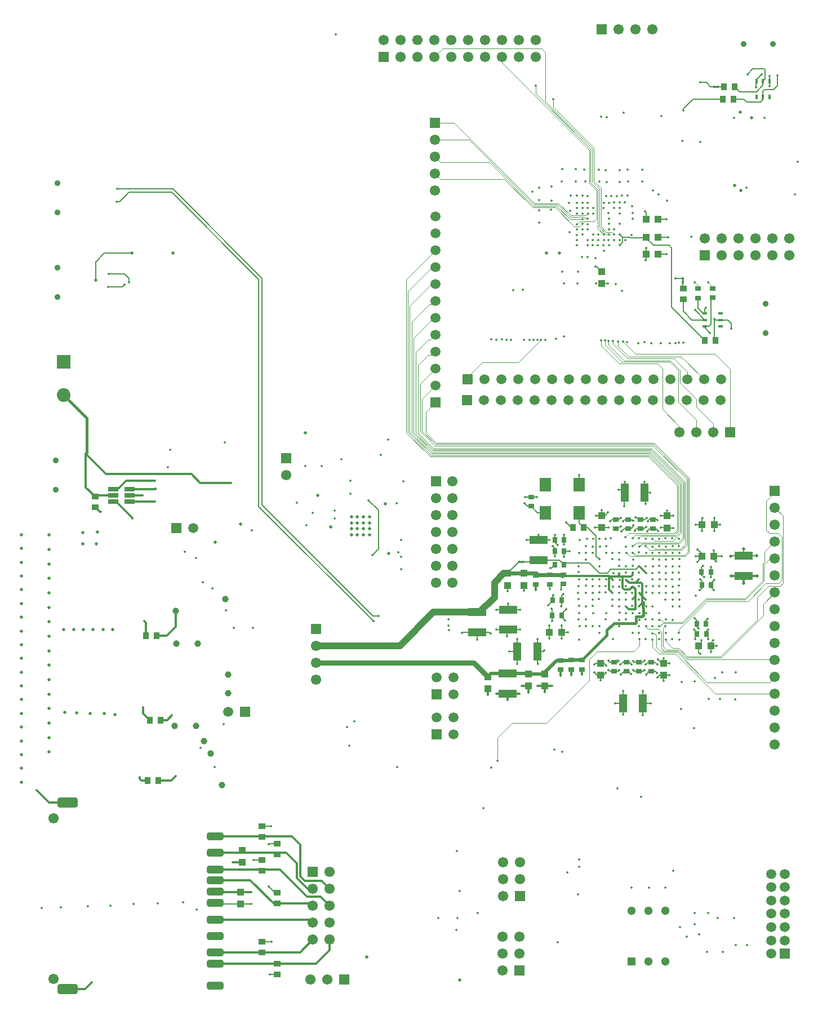
<source format=gbl>
G04 Layer_Physical_Order=8*
G04 Layer_Color=16711680*
%FSLAX44Y44*%
%MOMM*%
G71*
G01*
G75*
%ADD12R,1.1000X1.1000*%
%ADD17R,1.0000X0.9000*%
%ADD19R,0.9000X0.7000*%
%ADD20R,0.9000X1.0000*%
%ADD26R,1.1000X1.1000*%
%ADD33R,0.7000X0.9000*%
%ADD36R,0.7000X0.4500*%
%ADD37R,0.3000X0.3000*%
%ADD38R,1.8000X2.0000*%
%ADD42C,0.2000*%
%ADD43C,0.3000*%
%ADD44C,0.4000*%
%ADD45C,0.5000*%
%ADD46C,0.1000*%
%ADD48C,0.6000*%
%ADD49C,1.0000*%
%ADD50C,0.2540*%
%ADD51C,1.5000*%
%ADD52R,1.5000X1.5000*%
%ADD53R,1.5500X1.5500*%
%ADD54C,1.5500*%
%ADD55C,1.3000*%
%ADD56R,1.3000X1.3000*%
%ADD57R,1.5500X1.5500*%
%ADD58C,0.9000*%
%ADD59R,1.5000X1.5000*%
%ADD60C,2.0500*%
%ADD61R,2.0500X2.0500*%
%ADD62R,1.5200X1.5200*%
%ADD63C,1.5200*%
%ADD64R,1.5200X1.5200*%
%ADD65C,1.0000*%
%ADD66C,0.3500*%
%ADD67C,0.5000*%
%ADD78R,1.1500X2.7000*%
%ADD79R,2.7000X1.1500*%
%ADD80R,0.3000X0.3000*%
%ADD81R,0.4500X0.7000*%
G04:AMPARAMS|DCode=82|XSize=1.524mm|YSize=3.048mm|CornerRadius=0.381mm|HoleSize=0mm|Usage=FLASHONLY|Rotation=270.000|XOffset=0mm|YOffset=0mm|HoleType=Round|Shape=RoundedRectangle|*
%AMROUNDEDRECTD82*
21,1,1.5240,2.2860,0,0,270.0*
21,1,0.7620,3.0480,0,0,270.0*
1,1,0.7620,-1.1430,-0.3810*
1,1,0.7620,-1.1430,0.3810*
1,1,0.7620,1.1430,0.3810*
1,1,0.7620,1.1430,-0.3810*
%
%ADD82ROUNDEDRECTD82*%
G04:AMPARAMS|DCode=83|XSize=1.16mm|YSize=2.5mm|CornerRadius=0.29mm|HoleSize=0mm|Usage=FLASHONLY|Rotation=270.000|XOffset=0mm|YOffset=0mm|HoleType=Round|Shape=RoundedRectangle|*
%AMROUNDEDRECTD83*
21,1,1.1600,1.9200,0,0,270.0*
21,1,0.5800,2.5000,0,0,270.0*
1,1,0.5800,-0.9600,-0.2900*
1,1,0.5800,-0.9600,0.2900*
1,1,0.5800,0.9600,0.2900*
1,1,0.5800,0.9600,-0.2900*
%
%ADD83ROUNDEDRECTD83*%
%ADD84R,1.6000X0.6500*%
%ADD85C,0.8000*%
D12*
X800750Y489250D02*
D03*
Y471250D02*
D03*
X775500Y489000D02*
D03*
Y471000D02*
D03*
X345750Y206000D02*
D03*
Y224000D02*
D03*
X343250Y143750D02*
D03*
Y161750D02*
D03*
X886250Y1093750D02*
D03*
Y1075750D02*
D03*
X886250Y709250D02*
D03*
Y727250D02*
D03*
X983750Y708750D02*
D03*
Y726750D02*
D03*
X744250Y640500D02*
D03*
Y622500D02*
D03*
X769000Y640500D02*
D03*
Y622500D02*
D03*
X884000Y505500D02*
D03*
Y487500D02*
D03*
X979250Y505500D02*
D03*
Y487500D02*
D03*
X714750Y485250D02*
D03*
Y467250D02*
D03*
D17*
X1008750Y1052250D02*
D03*
Y1068250D02*
D03*
X398500Y144750D02*
D03*
Y160750D02*
D03*
X375250Y70750D02*
D03*
Y86750D02*
D03*
X398500Y53750D02*
D03*
Y37750D02*
D03*
X375249Y193750D02*
D03*
Y209750D02*
D03*
X398500Y218250D02*
D03*
Y234250D02*
D03*
X375250Y244250D02*
D03*
Y260250D02*
D03*
X124750Y755750D02*
D03*
Y739750D02*
D03*
D19*
X856000Y510000D02*
D03*
Y496000D02*
D03*
X840000Y510000D02*
D03*
Y496000D02*
D03*
X824000Y509750D02*
D03*
Y495750D02*
D03*
X1052750Y1054500D02*
D03*
Y1068500D02*
D03*
X1030750Y1054000D02*
D03*
Y1068000D02*
D03*
X906750Y707500D02*
D03*
Y721500D02*
D03*
X925417Y707500D02*
D03*
Y721500D02*
D03*
X944083Y707500D02*
D03*
Y721500D02*
D03*
X962750Y707500D02*
D03*
Y721500D02*
D03*
X786500Y637750D02*
D03*
Y623750D02*
D03*
X808000Y638000D02*
D03*
Y624000D02*
D03*
X828500Y638250D02*
D03*
Y624250D02*
D03*
X904250Y507250D02*
D03*
Y493250D02*
D03*
X922916Y507250D02*
D03*
Y493250D02*
D03*
X941583Y507250D02*
D03*
Y493250D02*
D03*
X960250Y507250D02*
D03*
Y493250D02*
D03*
X780000Y741250D02*
D03*
Y755250D02*
D03*
D20*
X1057000Y990500D02*
D03*
X1041000D02*
D03*
X1084000Y1353000D02*
D03*
X1068000D02*
D03*
X1085750Y1371750D02*
D03*
X1069750D02*
D03*
X859000Y709500D02*
D03*
X843000D02*
D03*
X219750Y329000D02*
D03*
X203750D02*
D03*
X222750Y419750D02*
D03*
X206750D02*
D03*
X216750Y546500D02*
D03*
X200750D02*
D03*
D26*
X952750Y1172750D02*
D03*
X970750D02*
D03*
X970750Y1145250D02*
D03*
X952750D02*
D03*
X952750Y1119750D02*
D03*
X970750D02*
D03*
X1055000Y713750D02*
D03*
X1037000D02*
D03*
X825500Y552250D02*
D03*
X807500D02*
D03*
X1036250Y666500D02*
D03*
X1054250D02*
D03*
X1032000Y531250D02*
D03*
X1050000D02*
D03*
D33*
X829500Y690500D02*
D03*
X815500D02*
D03*
X829500Y673750D02*
D03*
X815500D02*
D03*
X826000Y599750D02*
D03*
X812000D02*
D03*
X825750Y577500D02*
D03*
X811750D02*
D03*
X1036250Y622750D02*
D03*
X1050250D02*
D03*
X1036000Y642750D02*
D03*
X1050000D02*
D03*
X1029000Y564750D02*
D03*
X1043000D02*
D03*
X1029250Y549250D02*
D03*
X1043250D02*
D03*
X829500Y653250D02*
D03*
X815500D02*
D03*
D36*
X1041000Y1011750D02*
D03*
Y1021250D02*
D03*
Y1030750D02*
D03*
X1065000D02*
D03*
Y1021250D02*
D03*
Y1011750D02*
D03*
D37*
X1060750Y1371750D02*
D03*
X1055500D02*
D03*
X767250Y657750D02*
D03*
X762000D02*
D03*
D38*
X801250Y773500D02*
D03*
X852050D02*
D03*
Y731500D02*
D03*
X801250D02*
D03*
D42*
X918250Y759500D02*
X920000Y757750D01*
X958250Y721750D02*
X968250D01*
X812000Y599750D02*
Y608500D01*
X1119000Y1382250D02*
X1126750Y1390000D01*
X386000Y233500D02*
X386750Y234250D01*
X398500D01*
X385250Y170000D02*
X394500Y160750D01*
X398500D01*
X387000Y37500D02*
X387250Y37750D01*
X398500D01*
X1024500Y556000D02*
X1029250Y551250D01*
X952250Y1144750D02*
X963500Y1133500D01*
X770000Y745750D02*
X774500Y741250D01*
X780000D01*
X970750Y1145250D02*
X985500D01*
X698500Y540750D02*
Y552000D01*
X716750D02*
X718750Y550000D01*
X698500Y552000D02*
X716750D01*
X675750Y550750D02*
X677000Y552000D01*
X698500D01*
X535750Y750000D02*
X550500Y735250D01*
Y677500D02*
Y735250D01*
X541000Y668000D02*
X550500Y677500D01*
X1099500Y666750D02*
X1119000D01*
X1099500D02*
Y677250D01*
X1080250Y666500D02*
X1080500Y666750D01*
X1099500D01*
X812471Y608030D02*
X813540D01*
X812000Y608500D02*
X812471Y608030D01*
X996750Y1083250D02*
X1007500D01*
Y1069500D02*
X1008750Y1068250D01*
X1007500Y1069500D02*
Y1078000D01*
X1008750Y1034250D02*
Y1052250D01*
Y1034250D02*
X1021750Y1021250D01*
X1041000D01*
X963500Y1133500D02*
X987250D01*
X991250Y1129500D01*
Y1040250D02*
Y1129500D01*
Y1040250D02*
X1041000Y990500D01*
X1055500Y992000D02*
X1057000Y990500D01*
X1055500Y992000D02*
Y1023000D01*
X1026500Y1035750D02*
X1041000Y1021250D01*
X1026500Y1035750D02*
Y1035750D01*
X1038250Y1030750D02*
X1041000D01*
X1030750Y1038250D02*
X1038250Y1030750D01*
X1030750Y1038250D02*
Y1054000D01*
X1055500Y1023000D02*
X1057250Y1021250D01*
X1065000D01*
X1050000Y1051750D02*
X1052750Y1054500D01*
X1050000Y1015000D02*
Y1051750D01*
X1046750Y1011750D02*
X1050000Y1015000D01*
X1041000Y1011750D02*
X1046750D01*
X1041000Y1038250D02*
X1042250Y1039500D01*
X1041000Y1030750D02*
Y1038250D01*
X1065000Y1021250D02*
X1075750D01*
X1081000Y1016000D01*
Y1008250D02*
Y1016000D01*
X1041000Y1009500D02*
X1048750Y1001750D01*
X1041000Y1009500D02*
Y1011750D01*
X1009000Y1338500D02*
X1023500Y1353000D01*
X1068000D01*
X1128500Y1352250D02*
Y1356250D01*
X1124500Y1348250D02*
X1128500Y1352250D01*
X1104250Y1348250D02*
X1124500D01*
X1099500Y1353000D02*
X1104250Y1348250D01*
X1084000Y1353000D02*
X1099500D01*
X1093750Y1363750D02*
X1118500D01*
X1117750Y1378999D02*
X1119000Y1380250D01*
X1117750Y1370250D02*
Y1378999D01*
Y1369750D02*
Y1370250D01*
X1085750Y1371750D02*
X1093750Y1363750D01*
X1049500Y1371750D02*
X1055500D01*
X1043250Y1378000D02*
X1049500Y1371750D01*
X1033750Y1378000D02*
X1043250D01*
X1060770Y1371750D02*
X1069500D01*
X1105250Y1390250D02*
X1113250Y1398250D01*
X1130500D01*
X1131750Y1383500D02*
Y1397000D01*
X1130500Y1398250D02*
X1131750Y1397000D01*
X1128500Y1380250D02*
X1131750Y1383500D01*
X1118500Y1363750D02*
X1128500Y1373750D01*
Y1380250D01*
Y1356250D02*
Y1364250D01*
X1131000Y1366750D01*
X1144250D01*
X1150250Y1372750D01*
Y1388250D01*
X1138500Y1372000D02*
Y1379750D01*
X1138000Y1380250D02*
X1138500Y1379750D01*
X1138000Y1380250D02*
Y1387500D01*
X1119000Y1380250D02*
Y1382250D01*
X375250Y86750D02*
X389500D01*
X362500Y209750D02*
X375249D01*
X375250Y260250D02*
X389250D01*
X305250Y145450D02*
X306950Y143750D01*
X343250D01*
X359500D01*
X370750Y741000D02*
Y1081750D01*
Y741000D02*
X543250Y568500D01*
X807750Y617250D02*
Y623750D01*
X808000Y624000D01*
X743750Y546000D02*
Y554000D01*
X745750Y556000D01*
X952250Y744750D02*
Y759500D01*
X950250Y761500D02*
X952250Y759500D01*
X983750Y726750D02*
Y735000D01*
X890750Y727250D02*
X895500Y732000D01*
X886250Y727250D02*
X890750D01*
X898750Y719000D02*
X901250Y721500D01*
X906750D01*
X911750D01*
X920750D02*
X925417D01*
X930250D01*
X941500D02*
X944083D01*
X968250Y721750D02*
X970000Y720000D01*
X974500Y726750D02*
X983750D01*
X993750D01*
X983750Y708750D02*
X993750D01*
X920250Y761500D02*
X920250Y761500D01*
X952750Y1110750D02*
Y1119750D01*
X952250Y1110250D02*
X952750Y1110750D01*
Y1119750D02*
Y1129000D01*
X952750Y1129000D02*
X952750Y1129000D01*
X917000Y1137489D02*
Y1145250D01*
X912750Y1133239D02*
X917000Y1137489D01*
X912750Y1149500D02*
X917000Y1145250D01*
X951250Y1184000D02*
X952750Y1182500D01*
Y1172750D02*
Y1182500D01*
X970750Y1172750D02*
X983500D01*
X970750Y1119750D02*
X983000D01*
X886250Y1075750D02*
X895500D01*
X917000Y1145250D02*
X928697D01*
X929197Y1144750D01*
X952250D01*
X877000Y1101500D02*
X878500D01*
X886250Y1093750D01*
X744250Y613250D02*
Y622500D01*
X769000Y614250D02*
Y622500D01*
X877500Y727250D02*
X886250D01*
X918250Y759500D02*
X920250Y761500D01*
X950250D02*
X959000D01*
X950250D02*
Y777750D01*
X920250Y761500D02*
Y778000D01*
X727500Y556000D02*
X745750D01*
X763250D01*
X745750Y586000D02*
X763500D01*
X727500D02*
X745750D01*
Y595000D01*
X876750Y505500D02*
X884000D01*
X874750Y503500D02*
X876750Y505500D01*
X884000D02*
X889500D01*
X892750Y502250D01*
X879250Y487500D02*
X884000D01*
X875250Y491500D02*
X879250Y487500D01*
X884000D02*
X889000D01*
X892250Y490750D01*
X884000Y479500D02*
Y487500D01*
X898250Y493250D02*
X904250D01*
X896000Y495500D02*
X898250Y493250D01*
X898000Y507250D02*
X904250D01*
X896000Y509250D02*
X898000Y507250D01*
X904250D02*
X910500D01*
X904250Y493250D02*
X911000D01*
X919500D02*
X922916D01*
X918000Y507250D02*
X922916D01*
X914250Y503500D02*
X918000Y507250D01*
X922916D02*
X927250D01*
X922916Y493250D02*
X926250D01*
X934500Y507250D02*
X941583D01*
X935000Y493250D02*
X941583D01*
X933500Y494750D02*
X935000Y493250D01*
X941583Y507250D02*
X948000D01*
X941583Y493250D02*
X948250D01*
X957000D02*
X960250D01*
X952500Y488750D02*
X957000Y493250D01*
X956000Y507250D02*
X960250D01*
X965500D01*
X969500Y503250D01*
X976000Y505500D02*
X979250D01*
X973500Y487500D02*
X979250D01*
Y505500D02*
Y512750D01*
Y505500D02*
X987500D01*
X979250Y479000D02*
Y487500D01*
X987500D01*
X875750Y709250D02*
X886250D01*
X895750D01*
X906750Y707500D02*
X910750D01*
X825000Y616500D02*
Y623750D01*
X1055000Y713750D02*
Y724000D01*
Y704000D02*
Y713750D01*
X1037000Y704500D02*
Y713750D01*
X1027750D02*
X1037000D01*
X1055000D02*
X1063500D01*
X1037000D02*
Y723500D01*
X1037000Y723500D02*
X1037000Y723500D01*
X829500Y690500D02*
Y698000D01*
Y683500D02*
Y690500D01*
Y673750D02*
X837500D01*
X829500Y665500D02*
Y673750D01*
X815500D02*
Y678000D01*
X812250Y681250D02*
X815500Y678000D01*
Y687250D02*
Y690500D01*
Y687250D02*
X820000Y682750D01*
X815500Y665750D02*
Y673750D01*
Y690500D02*
Y698500D01*
X925417Y707500D02*
X930250D01*
X919750D02*
X925417D01*
X916000Y703750D02*
X919750Y707500D01*
X938250D02*
X944083D01*
X949250D01*
X957750D02*
X962750D01*
X967250D01*
X948000Y445500D02*
X959750D01*
X948000D02*
Y464000D01*
Y427500D02*
Y445500D01*
X906000D02*
X918000D01*
Y464000D01*
Y428250D02*
Y445500D01*
X1036250Y666500D02*
Y670000D01*
X1029750Y676500D02*
X1036250Y670000D01*
X1027250Y666500D02*
X1036250D01*
Y664250D02*
Y666500D01*
X1029750Y657750D02*
X1036250Y664250D01*
X1054250Y666500D02*
Y675000D01*
X1053250Y676000D02*
X1054250Y675000D01*
Y666500D02*
X1066500D01*
X1054250Y660750D02*
Y666500D01*
X1055500Y660750D02*
X1058000Y658250D01*
X1050000Y642750D02*
Y650250D01*
Y634500D02*
Y642750D01*
X1050250Y622750D02*
Y625500D01*
X1055250Y630500D01*
X1050250Y619750D02*
Y622750D01*
Y619750D02*
X1054500Y615500D01*
X1036250Y622750D02*
Y629250D01*
X1034250Y631250D02*
X1036250Y629250D01*
Y618250D02*
Y622750D01*
X1033000Y615000D02*
X1036250Y618250D01*
X1036000Y638250D02*
Y642750D01*
Y638250D02*
X1039750Y634500D01*
X1036000Y642750D02*
Y649250D01*
X1038250Y651500D01*
X807500Y552250D02*
Y562250D01*
X807000Y562750D02*
X807500Y562250D01*
Y542250D02*
Y552250D01*
X825500D02*
Y562250D01*
Y552250D02*
X835000D01*
X825500Y542750D02*
Y552250D01*
X825750Y577500D02*
Y579750D01*
X832250Y586250D01*
X825750Y574500D02*
Y577500D01*
Y574500D02*
X830750Y569500D01*
X811750Y577500D02*
Y586000D01*
X810750Y587000D02*
X811750Y586000D01*
X812000Y599000D02*
Y599750D01*
X805750Y592750D02*
X812000Y599000D01*
X826000Y592000D02*
Y599750D01*
X824750Y590750D02*
X826000Y592000D01*
Y599750D02*
Y607000D01*
X828500Y609500D01*
X1032000Y521500D02*
Y531250D01*
Y521500D02*
X1033750Y519750D01*
X1032000Y531250D02*
X1036000Y535250D01*
Y539750D01*
X1026750Y546750D02*
X1029250Y549250D01*
X1026750Y541500D02*
Y546750D01*
X1043250Y549250D02*
X1046000Y546500D01*
Y541500D02*
Y546500D01*
X1050000Y531250D02*
Y536000D01*
X1053750Y539750D01*
X1050000Y531250D02*
X1058750D01*
X1059000Y531500D01*
X1050000Y522750D02*
Y531250D01*
Y522750D02*
X1050500Y522250D01*
X1043250Y549250D02*
Y553250D01*
X1046000Y556000D01*
X1029250Y549250D02*
Y551250D01*
X1029000Y560500D02*
Y564750D01*
Y560500D02*
X1032000Y557500D01*
X1029000Y564750D02*
Y570000D01*
X1043000Y564750D02*
Y569500D01*
X1045500Y572000D01*
X789250Y505500D02*
Y523000D01*
Y505500D02*
X790250Y504500D01*
X789250Y523000D02*
Y541250D01*
Y523000D02*
X798500D01*
X800000Y524500D01*
X759250Y504000D02*
Y523000D01*
Y542000D01*
X747000Y523000D02*
X759250D01*
X938000Y646500D02*
X942250Y650750D01*
X899750Y646500D02*
X938000D01*
X894250Y641000D02*
X899750Y646500D01*
X767250Y657750D02*
X788250D01*
X791000Y660500D01*
X744250Y640500D02*
X761438Y657688D01*
X791000Y660500D02*
X822250D01*
X829500Y653250D01*
X810250Y648000D02*
X815500Y653250D01*
X809000Y648000D02*
X810250D01*
X773500Y690500D02*
X791000D01*
Y698250D01*
Y690500D02*
X807000D01*
X877250Y666500D02*
X882250Y661500D01*
X852050Y716450D02*
Y731500D01*
Y716450D02*
X859000Y709500D01*
X840500D02*
X843000D01*
X833000Y717000D02*
X840500Y709500D01*
X770750Y755250D02*
X780000D01*
X789000D01*
X780000Y741250D02*
X789750Y731500D01*
X801250D01*
X852050Y773500D02*
Y787950D01*
X937039Y724274D02*
X938727D01*
X941500Y721500D01*
X982977Y709523D02*
X983750Y708750D01*
X974790Y709523D02*
X982977D01*
X949250Y707500D02*
X952023Y710273D01*
X952789D01*
X954790Y704539D02*
X957750Y707500D01*
X954790Y703773D02*
Y704539D01*
X920000Y741250D02*
Y757750D01*
X911750Y766250D02*
X915500D01*
X920250Y761500D01*
X882325Y641000D02*
X894250D01*
X829500Y653250D02*
X832000Y655750D01*
X867575D01*
X882325Y641000D01*
X859000Y709500D02*
X864750D01*
X877250Y697000D01*
Y666500D02*
Y697000D01*
X886250Y727250D02*
Y735500D01*
X944083Y721500D02*
X951250D01*
X952375Y722625D01*
X955500Y719000D02*
X958250Y721750D01*
X935538Y704789D02*
X938250Y707500D01*
X935538Y704273D02*
Y704789D01*
X911750Y721500D02*
X914000Y723750D01*
X914750D01*
X930250Y707500D02*
X933788Y711039D01*
X930250Y721500D02*
X932477Y719273D01*
X933038D01*
X933788Y711039D02*
Y712773D01*
X918000Y718750D02*
X920750Y721500D01*
X910750Y707500D02*
X914500Y711250D01*
X967250Y707500D02*
X970750Y704000D01*
X926250Y493250D02*
X930000Y489500D01*
X960250Y493250D02*
X966500D01*
X969000Y490750D01*
X970500Y484500D02*
X973500Y487500D01*
X969500Y484500D02*
X970500D01*
X948250Y493250D02*
X950000Y495000D01*
X970500Y511000D02*
X976000Y505500D01*
X948000Y507250D02*
X950250Y509500D01*
X933000Y508750D02*
X934500Y507250D01*
X952000Y503250D02*
X956000Y507250D01*
X927250D02*
X931000Y503500D01*
X914750Y488500D02*
X919500Y493250D01*
X911725Y509525D02*
X912250Y509000D01*
X910794Y509525D02*
X911725D01*
X910500Y507250D02*
X910794Y507544D01*
Y509525D01*
X911000Y493250D02*
X912544Y494795D01*
Y495024D01*
X1025750Y573250D02*
X1029000Y570000D01*
X811750Y569000D02*
Y577500D01*
X144500Y1070750D02*
X165250D01*
X169000Y1074500D01*
X144750Y1090250D02*
X168750D01*
X175250Y1083750D01*
Y1077750D02*
Y1083750D01*
X239750Y1212750D02*
X370750Y1081750D01*
X241821Y1217750D02*
X375750Y1083821D01*
X157750Y1217750D02*
X241821D01*
X161000Y1198500D02*
X175250Y1212750D01*
X239750D01*
X157250Y1198500D02*
X161000D01*
X375750Y743071D02*
Y1083821D01*
Y743071D02*
X542071Y576750D01*
X551000D01*
X125500Y1081250D02*
Y1108250D01*
X138500Y1121250D01*
X179500D01*
D43*
X156499Y748001D02*
X181000Y723500D01*
X122750Y757750D02*
X151250D01*
X171000Y779500D02*
X214500D01*
X176500Y767000D02*
X215000D01*
X826425Y636325D02*
X897000D01*
X191500Y332000D02*
Y334250D01*
Y332000D02*
X194500Y329000D01*
X203750D01*
X196500Y430000D02*
Y439000D01*
Y430000D02*
X206750Y419750D01*
X198500Y568750D02*
X200750Y566500D01*
Y546500D02*
Y566500D01*
X393650Y143350D02*
X401850D01*
X305250Y195550D02*
X402450D01*
X305250Y71250D02*
X432700D01*
X305250Y54250D02*
X456750D01*
X305250Y220550D02*
X411950D01*
X305250Y245550D02*
X420200D01*
X786500Y615750D02*
X787000Y615250D01*
X786500Y615750D02*
Y623750D01*
X1099500Y636750D02*
X1120000D01*
X1080500D02*
X1099500D01*
Y625500D02*
Y636750D01*
X947000Y606325D02*
Y624250D01*
Y606250D02*
Y606325D01*
X942325Y611000D02*
X947000Y606325D01*
Y595750D02*
X948250Y597000D01*
X942250Y591000D02*
X947000Y595750D01*
X331750Y206000D02*
X345750D01*
X398500Y144750D02*
X447800D01*
X397500D02*
X398500D01*
X432700Y71250D02*
X451600Y90150D01*
X477000Y74500D02*
Y90150D01*
X456750Y54250D02*
X477000Y74500D01*
X305250Y120450D02*
X446700D01*
X451600Y115550D01*
X447800Y144750D02*
X451600Y140950D01*
X443250Y154750D02*
X463200D01*
X402450Y195550D02*
X443250Y154750D01*
X427875Y182625D02*
Y204625D01*
Y182625D02*
X444150Y166350D01*
X451600D01*
X411950Y220550D02*
X427875Y204625D01*
X433000Y185000D02*
Y232750D01*
X420200Y245550D02*
X433000Y232750D01*
X463200Y154750D02*
X477000Y140950D01*
X465100Y178250D02*
X477000Y166350D01*
X439750Y178250D02*
X465100D01*
X433000Y185000D02*
X439750Y178250D01*
X305250Y179050D02*
X357950D01*
X393650Y143350D01*
X36750Y314500D02*
X55500Y295750D01*
X83250D01*
X109500Y15750D02*
X119750Y26000D01*
X83250Y15750D02*
X109500D01*
X305250Y162550D02*
X306050Y161750D01*
X343250D01*
X359750D01*
X239250Y329000D02*
X246250Y336000D01*
X219750Y329000D02*
X239250D01*
X714750Y457500D02*
Y467250D01*
X744750Y459750D02*
X762000D01*
X727250D02*
X744750D01*
Y450500D02*
Y459750D01*
X775500Y461250D02*
Y471000D01*
X800750Y471250D02*
X811750D01*
X800750Y462250D02*
Y471250D01*
X765500Y471000D02*
X775500D01*
X789750Y471250D02*
X800750D01*
X856000Y488750D02*
Y496000D01*
X840000Y487750D02*
Y496000D01*
X824000Y487000D02*
Y495750D01*
X176500Y748001D02*
X214750D01*
X282250Y776500D02*
X328500D01*
X269250Y789500D02*
X282250Y776500D01*
X141250Y789500D02*
X269250D01*
X110750Y769750D02*
Y820000D01*
X141250Y789500D01*
X158500Y767000D02*
X171000Y779500D01*
X151500Y767000D02*
X158500D01*
X151500Y748001D02*
X156499D01*
X131750Y732750D02*
X133250D01*
X124750Y739750D02*
X131750Y732750D01*
X110750Y769750D02*
X124750Y755750D01*
X176500Y757500D02*
X195750D01*
X151250Y757750D02*
X151500Y757500D01*
X897000Y616325D02*
X902250Y611075D01*
X897000Y636325D02*
X902500Y630825D01*
X897000Y616325D02*
Y636325D01*
Y636750D01*
X932250Y601750D02*
X936500Y606000D01*
Y586750D02*
Y606000D01*
X926750Y586750D02*
X936500D01*
X922750Y590750D02*
X926750Y586750D01*
X897000Y636750D02*
X898000Y635750D01*
X910250D02*
X912325Y637825D01*
Y641000D01*
X898000Y635750D02*
X910250D01*
X932750Y638250D02*
Y641500D01*
Y641575D01*
X917000Y619000D02*
Y635750D01*
Y619000D02*
X920000Y616000D01*
X927675D01*
X932500Y620825D01*
X910250Y635750D02*
X917000D01*
X932500Y620825D02*
X936500Y616825D01*
Y606000D02*
Y616825D01*
X917000Y635750D02*
X930250D01*
X932750Y638250D01*
X937175Y626000D02*
X942250Y631075D01*
X937175Y626000D02*
X945250D01*
X947000Y624250D01*
Y595750D02*
Y606250D01*
X952250Y601000D01*
X952325D01*
X922500Y630750D02*
X927250Y626000D01*
X937175D01*
X942250Y650750D02*
X942500D01*
X952500Y640750D01*
X222750Y419750D02*
X233000D01*
X240250Y427000D01*
X216750Y546500D02*
X232500D01*
X246250Y560250D02*
Y584250D01*
X232500Y546500D02*
X246250Y560250D01*
D44*
X948250Y593467D02*
Y597000D01*
X947750Y592967D02*
X948250Y593467D01*
X947750Y589033D02*
Y592967D01*
Y589033D02*
X948250Y588533D01*
Y577250D02*
Y588533D01*
X946324Y575324D02*
X948250Y577250D01*
X904750Y565750D02*
X936500D01*
X937500Y566750D01*
X937824Y575324D02*
X946324D01*
X937500Y575000D02*
X937824Y575324D01*
X937500Y566750D02*
Y575000D01*
X894000Y555000D02*
X904750Y565750D01*
X894000Y548000D02*
Y555000D01*
X856000Y510000D02*
X894000Y548000D01*
X77250Y908250D02*
X112250Y873250D01*
Y821500D02*
Y873250D01*
X110750Y820000D02*
X112250Y821500D01*
D45*
X855500Y510000D02*
X856000Y509500D01*
X840000Y510000D02*
X855500D01*
X839750Y509750D02*
X840000Y510000D01*
X824000Y509750D02*
X839750D01*
X818500D02*
X824000D01*
X800750Y492000D02*
X818500Y509750D01*
X800750Y489250D02*
Y492000D01*
X800500Y489000D02*
X800750Y489250D01*
X775500Y489000D02*
X800500D01*
X774750Y489750D02*
X775500Y489000D01*
X744750Y489750D02*
X774750D01*
X719250D02*
X744750D01*
X714750Y485250D02*
X719250Y489750D01*
D46*
X942500Y531750D02*
Y541250D01*
X934000Y523250D02*
X942500Y531750D01*
X879250Y523250D02*
X934000D01*
X867500Y511500D02*
X879250Y523250D01*
X867500Y480250D02*
Y511500D01*
X803000Y415750D02*
X867500Y480250D01*
X751250Y415750D02*
X803000D01*
X729000Y393500D02*
X751250Y415750D01*
X729000Y358500D02*
Y393500D01*
X1045750Y1078000D02*
X1052750Y1071000D01*
Y1068500D02*
Y1071000D01*
X1025250Y1077750D02*
X1030750Y1072250D01*
Y1068000D02*
Y1072250D01*
X662750Y1232850D02*
X739900D01*
X662500Y1232600D02*
X662750Y1232850D01*
X782500Y1190250D02*
X816250D01*
X739900Y1232850D02*
X782500Y1190250D01*
X784907Y1196500D02*
X820578D01*
X784078Y1194500D02*
X819750D01*
X717500Y1258250D02*
X783500Y1192250D01*
X878250Y1173500D02*
Y1216000D01*
X874000Y1169250D02*
X878250Y1173500D01*
X844750Y1161750D02*
X853250D01*
X783500Y1192250D02*
X818500D01*
X862239Y1177990D02*
X865500Y1181250D01*
X862096Y1173000D02*
X864989D01*
X848750Y1165240D02*
X852760Y1169250D01*
X880250Y1158000D02*
X889000Y1149250D01*
X880250Y1158000D02*
Y1216829D01*
X893096Y1149750D02*
X896750D01*
X882500Y1160346D02*
X893096Y1149750D01*
X882500Y1160346D02*
Y1217760D01*
X901500Y1153250D02*
X905000Y1149750D01*
X885000Y1161250D02*
Y1218796D01*
X893000Y1153250D02*
X901500D01*
X885000Y1161250D02*
X893000Y1153250D01*
X869250Y1227829D02*
Y1278624D01*
X871500Y1228761D02*
Y1279500D01*
X874000Y1229796D02*
Y1280008D01*
X869250Y1227829D02*
X880250Y1216829D01*
X874000Y1229796D02*
X885000Y1218796D01*
X871500Y1228761D02*
X882500Y1217760D01*
X867250Y1227000D02*
X878250Y1216000D01*
X1005400Y966000D02*
X1039650Y931750D01*
X926750Y966000D02*
X1005400D01*
X910500Y982250D02*
X926750Y966000D01*
X910500Y982250D02*
Y989000D01*
X1014250Y931750D02*
Y943250D01*
X994250Y963250D02*
X1014250Y943250D01*
X924500Y963250D02*
X994250D01*
X902500Y985250D02*
X924500Y963250D01*
X902500Y985250D02*
Y989250D01*
X684050Y935050D02*
X706750Y957750D01*
X684050Y931750D02*
Y935050D01*
X706750Y957750D02*
X760750D01*
X794500Y991500D01*
X816250Y1190250D02*
X844750Y1161750D01*
X853250D02*
X856750Y1165250D01*
X852760Y1169250D02*
X874000D01*
X859107Y1175990D02*
X862096Y1173000D01*
X962500Y671000D02*
X963250D01*
X885000Y982500D02*
Y990500D01*
Y982500D02*
X912000Y955500D01*
X970000D01*
X977250Y886750D02*
Y948250D01*
Y886750D02*
X1002750Y861250D01*
X970000Y955500D02*
X977250Y948250D01*
X1002750Y852000D02*
Y861250D01*
X918000Y988750D02*
X936750Y970000D01*
X1056000D01*
X1078950Y947050D01*
Y852000D02*
Y947050D01*
X890750Y983750D02*
X916500Y958000D01*
X890750Y983750D02*
Y990250D01*
X916500Y958000D02*
X988250D01*
X1001000Y945250D01*
Y898250D02*
Y945250D01*
Y898250D02*
X1028150Y871100D01*
Y852000D02*
Y871100D01*
X896250Y983750D02*
Y989750D01*
X920000Y960000D02*
X989500D01*
X896250Y983750D02*
X920000Y960000D01*
X1003750Y926500D02*
X1028250Y902000D01*
Y890750D02*
Y902000D01*
X989500Y960000D02*
X1003750Y945750D01*
Y926500D02*
Y945750D01*
X1028250Y890750D02*
X1053550Y865450D01*
Y852000D02*
Y865450D01*
X999500Y704500D02*
Y772750D01*
X956500Y815750D02*
X999500Y772750D01*
X1001500Y703672D02*
Y774000D01*
X957452Y818048D02*
X1001500Y774000D01*
X959109Y822048D02*
X1005500Y775657D01*
X1007500Y693000D02*
Y776485D01*
X959937Y824048D02*
X1007500Y776485D01*
X1009500Y692172D02*
Y777314D01*
X960766Y826048D02*
X1009500Y777314D01*
X1011500Y697250D02*
Y778142D01*
X961594Y828048D02*
X1011500Y778142D01*
X963352Y832291D02*
X1013500Y782142D01*
X1015500Y672500D02*
Y782971D01*
X964180Y834291D02*
X1015500Y782971D01*
X1017500Y671672D02*
Y783799D01*
X965008Y836291D02*
X1017500Y783799D01*
X628201Y815750D02*
X956500D01*
X629153Y818048D02*
X957452D01*
X958280Y820048D02*
X1003500Y774828D01*
X629981Y820048D02*
X958280D01*
X630810Y822048D02*
X959109D01*
X631638Y824048D02*
X959937D01*
X632467Y826048D02*
X960766D01*
X633295Y828048D02*
X961594D01*
X635052Y832291D02*
X963352D01*
X635881Y834291D02*
X964180D01*
X636709Y836291D02*
X965008D01*
X923000Y671250D02*
X928500Y665750D01*
X1011579D01*
X1017500Y671672D01*
X932750Y671500D02*
X936500Y667750D01*
X1010750D01*
X1015500Y672500D01*
X952250Y681500D02*
X958250Y675500D01*
X1005828D01*
X1013500Y683172D01*
Y782142D01*
X962500Y680825D02*
X965825Y677500D01*
X1005000D01*
X1011500Y684000D01*
Y697250D01*
X1011500Y697250D02*
X1011500Y697250D01*
X942500Y680825D02*
X946425Y684750D01*
X1002078D01*
X1009500Y692172D01*
X932750Y681250D02*
X938250Y686750D01*
X1001250D01*
X1007500Y693000D01*
X961750Y692250D02*
X965250Y688750D01*
X992579D01*
X1005500Y701672D01*
Y775657D01*
X942000Y693000D02*
X945500Y696500D01*
X997500D02*
X1003500Y702500D01*
X945500Y696500D02*
X997500D01*
X1003500Y702500D02*
Y774828D01*
X932250Y693500D02*
Y694250D01*
X936500Y698500D01*
X996329D01*
X1001500Y703672D01*
X921750Y694750D02*
X927500Y700500D01*
X995500D01*
X999500Y704500D01*
X621500Y851500D02*
Y882700D01*
X636000Y897200D01*
X621500Y851500D02*
X636709Y836291D01*
X616172Y854000D02*
Y902772D01*
X636000Y922600D01*
X616172Y854000D02*
X635881Y834291D01*
X613250Y854093D02*
X635052Y832291D01*
X613250Y854093D02*
Y925250D01*
X636000Y948000D01*
X609843Y851500D02*
Y952843D01*
X625000Y968000D01*
X609843Y851500D02*
X633295Y828048D01*
X625000Y968000D02*
X630600D01*
X636000Y973400D01*
X606500Y852015D02*
Y973000D01*
X625000Y991500D01*
X606500Y852015D02*
X632467Y826048D01*
X625000Y991500D02*
X628700D01*
X636000Y998800D01*
X603343Y852343D02*
Y994093D01*
Y852343D02*
X631638Y824048D01*
X603343Y994093D02*
X633450Y1024200D01*
X636000D01*
X600358Y852500D02*
Y1018608D01*
X626500Y1044750D01*
X600358Y852500D02*
X630810Y822048D01*
X626500Y1044750D02*
X631150D01*
X636000Y1049600D01*
X597390Y852640D02*
Y1042140D01*
Y852640D02*
X629981Y820048D01*
X597390Y1042140D02*
X630250Y1075000D01*
X636000D01*
X594701Y852500D02*
Y1064201D01*
Y852500D02*
X629153Y818048D01*
X594701Y1064201D02*
X630900Y1100400D01*
X636000D01*
X592000Y851951D02*
Y1081800D01*
X636000Y1125800D01*
X592000Y851951D02*
X628201Y815750D01*
X838186Y1172564D02*
X857078D01*
X838261Y1175990D02*
X859107D01*
X839089Y1177990D02*
X862239D01*
X818500Y1192250D02*
X838186Y1172564D01*
X819750Y1194500D02*
X838261Y1175990D01*
X820578Y1196500D02*
X839089Y1177990D01*
X867250Y1227000D02*
Y1276500D01*
X736000Y1407750D02*
X867250Y1276500D01*
X736000Y1407750D02*
Y1416250D01*
X786500Y1361374D02*
X869250Y1278624D01*
X786500Y1361374D02*
Y1373000D01*
X646900Y1428750D02*
X795500D01*
X634400Y1416250D02*
X646900Y1428750D01*
X801250Y1349750D02*
X871500Y1279500D01*
X801250Y1349750D02*
Y1423000D01*
X795500Y1428750D02*
X801250Y1423000D01*
X813000Y1341008D02*
X874000Y1280008D01*
X813000Y1341008D02*
Y1352750D01*
X635500Y1317300D02*
X664107D01*
X784907Y1196500D01*
X686678Y1291900D02*
X784078Y1194500D01*
X635500Y1291900D02*
X686678D01*
X635500Y1266500D02*
X643750Y1258250D01*
X717500D01*
X644000Y1232600D02*
X662500D01*
X635500Y1241100D02*
X644000Y1232600D01*
X962324Y529926D02*
Y541000D01*
Y529926D02*
X972500Y519750D01*
X996500D01*
X1056750Y459500D01*
X1146100D01*
X1146250Y459650D01*
X962250Y550500D02*
X964750D01*
X968000Y547250D01*
Y529500D02*
Y547250D01*
Y529500D02*
X975500Y522000D01*
X999250D01*
X1044500Y476750D01*
X1137950D01*
X1146250Y485050D01*
X952500Y559000D02*
Y560824D01*
Y559000D02*
X955000Y556500D01*
X1000078Y524000D02*
X1013078Y511000D01*
X1145700D01*
X1146250Y510450D01*
X955000Y556500D02*
X971596D01*
X975500Y552596D01*
Y527750D02*
Y552596D01*
Y527750D02*
X979250Y524000D01*
X1000078D01*
X978500Y557750D02*
X982000Y561250D01*
X978500Y530500D02*
Y557750D01*
Y530500D02*
X983000Y526000D01*
X1000907D01*
X1013157Y513750D01*
X1128750Y594550D02*
X1146250Y612050D01*
X1013157Y513750D02*
X1065500D01*
X1128750Y577000D01*
Y594550D01*
X972000Y561500D02*
X974000D01*
X977500Y565000D01*
X1008000D01*
X1043750Y600750D01*
X1101750D01*
X1129750Y653750D02*
X1138850Y662850D01*
X1146250D01*
X972500Y570824D02*
X975676D01*
X979500Y567000D01*
X1007172D01*
X1042922Y602750D01*
X1100922D01*
X1101750Y600750D02*
X1129750Y628750D01*
Y653750D01*
X1100922Y602750D02*
X1127750Y629578D01*
Y654578D01*
X1130500Y657328D01*
Y672500D01*
X1146250Y688250D01*
X982324Y538426D02*
Y541000D01*
Y538426D02*
X992750Y528000D01*
X1001735D01*
X1013985Y515750D01*
X1064672D01*
X1119250Y570328D01*
Y604000D01*
X1146250Y739050D02*
X1158500Y726800D01*
X1119250Y604000D02*
X1136750Y621500D01*
X1154000D01*
X1158500Y626000D01*
Y726800D01*
X1002250Y551075D02*
Y556422D01*
X1044578Y598750D01*
X1105750D01*
X1132250Y625250D01*
X1151500D01*
X1156500Y630250D01*
Y695250D01*
X1151000Y700750D02*
X1156500Y695250D01*
X1138250Y700750D02*
X1151000D01*
X1133500Y705500D02*
X1138250Y700750D01*
X1133500Y705500D02*
Y748750D01*
X1146250Y761500D01*
Y764450D01*
D48*
X769000Y640500D02*
X788000D01*
X744250Y640500D02*
X769000D01*
X769000Y640500D01*
X790250Y638250D02*
X807750D01*
X808000Y638000D01*
X824750D01*
X826425Y636325D01*
D49*
X739000Y640500D02*
X744250D01*
X724750Y626250D02*
X739000Y640500D01*
X724750Y604250D02*
Y626250D01*
X702500Y582000D02*
X724750Y604250D01*
X698500Y582000D02*
X702500D01*
X633000D02*
X698500D01*
X582500Y531500D02*
X633000Y582000D01*
X457000Y531500D02*
X582500D01*
D50*
X1007500Y1078000D02*
Y1083250D01*
X1055500Y1371750D02*
X1060750D01*
X762000Y657750D02*
X767250D01*
D51*
X637750Y484150D02*
D03*
X663150Y458750D02*
D03*
Y484150D02*
D03*
X637750Y424400D02*
D03*
X663150Y399000D02*
D03*
Y424400D02*
D03*
X324750Y432500D02*
D03*
X271900Y708250D02*
D03*
X1140750Y189000D02*
D03*
X1160750D02*
D03*
X1140750Y169000D02*
D03*
X1160750D02*
D03*
X1140750Y149000D02*
D03*
X1160750D02*
D03*
X1140750Y129000D02*
D03*
X1160750D02*
D03*
X1140750Y109000D02*
D03*
X1160750D02*
D03*
X1140750Y89000D02*
D03*
X1160750D02*
D03*
X1140750Y69000D02*
D03*
D52*
X637750Y458750D02*
D03*
Y399000D02*
D03*
X1160750Y69000D02*
D03*
D53*
X451600Y191750D02*
D03*
X635500Y1317300D02*
D03*
X411499Y813450D02*
D03*
X457000Y556900D02*
D03*
X762150Y43850D02*
D03*
X763250Y155250D02*
D03*
X637000Y779150D02*
D03*
X1146250Y764450D02*
D03*
D54*
X451600Y166350D02*
D03*
Y140950D02*
D03*
Y115550D02*
D03*
Y90150D02*
D03*
X477000Y191750D02*
D03*
Y166350D02*
D03*
Y140950D02*
D03*
Y115550D02*
D03*
Y90150D02*
D03*
X447850Y30000D02*
D03*
X473250D02*
D03*
X1002750Y852000D02*
D03*
X1028150D02*
D03*
X1053550D02*
D03*
X635500Y1215700D02*
D03*
Y1241100D02*
D03*
Y1266500D02*
D03*
Y1291900D02*
D03*
X1168200Y1143752D02*
D03*
X1142800D02*
D03*
X1117400D02*
D03*
X1092000D02*
D03*
X1066600D02*
D03*
X1041200D02*
D03*
X1168200Y1118352D02*
D03*
X1142800D02*
D03*
X1117400D02*
D03*
X1092000D02*
D03*
X1066600D02*
D03*
X411499Y788050D02*
D03*
X457000Y480700D02*
D03*
Y506100D02*
D03*
Y531500D02*
D03*
X62250Y30750D02*
D03*
Y272750D02*
D03*
X659800Y1416250D02*
D03*
X634400Y1441650D02*
D03*
Y1416250D02*
D03*
X609000Y1441650D02*
D03*
Y1416250D02*
D03*
X583600Y1441650D02*
D03*
Y1416250D02*
D03*
X558200Y1441650D02*
D03*
X659800D02*
D03*
X685200Y1416250D02*
D03*
Y1441650D02*
D03*
X710600D02*
D03*
Y1416250D02*
D03*
X736000D02*
D03*
Y1441650D02*
D03*
X761400Y1416250D02*
D03*
Y1441650D02*
D03*
X786800Y1416250D02*
D03*
Y1441650D02*
D03*
X762150Y69250D02*
D03*
Y94650D02*
D03*
X736750Y43850D02*
D03*
Y69250D02*
D03*
Y94650D02*
D03*
X763250Y180650D02*
D03*
Y206050D02*
D03*
X737850Y155250D02*
D03*
Y180650D02*
D03*
Y206050D02*
D03*
X661500Y626750D02*
D03*
Y652150D02*
D03*
Y677550D02*
D03*
Y702950D02*
D03*
Y728350D02*
D03*
Y753750D02*
D03*
Y779150D02*
D03*
X637000Y626750D02*
D03*
Y652150D02*
D03*
Y677550D02*
D03*
Y702950D02*
D03*
Y728350D02*
D03*
Y753750D02*
D03*
X1146250Y739050D02*
D03*
Y713650D02*
D03*
Y688250D02*
D03*
Y662850D02*
D03*
Y637450D02*
D03*
Y612050D02*
D03*
Y586650D02*
D03*
Y561250D02*
D03*
Y535850D02*
D03*
Y510450D02*
D03*
Y485050D02*
D03*
Y459650D02*
D03*
Y434250D02*
D03*
Y408850D02*
D03*
Y383450D02*
D03*
X961817Y1457750D02*
D03*
X936417D02*
D03*
X911017D02*
D03*
D55*
X930600Y133600D02*
D03*
X956000D02*
D03*
X981400D02*
D03*
Y57400D02*
D03*
X956000D02*
D03*
D56*
X930600D02*
D03*
D57*
X498650Y30000D02*
D03*
X1078950Y852000D02*
D03*
X1041200Y1118352D02*
D03*
X558200Y1416250D02*
D03*
X885617Y1457750D02*
D03*
D58*
X68000Y1055250D02*
D03*
Y1099250D02*
D03*
X68250Y1182500D02*
D03*
Y1226500D02*
D03*
X1099250Y1435500D02*
D03*
X1143250D02*
D03*
X1132000Y1045250D02*
D03*
Y1001250D02*
D03*
X65750Y765750D02*
D03*
Y809750D02*
D03*
D59*
X350150Y432500D02*
D03*
X246500Y708250D02*
D03*
D60*
X77250Y908250D02*
D03*
D61*
Y958250D02*
D03*
D62*
X683650Y900250D02*
D03*
X684050Y931750D02*
D03*
D63*
X709050Y900250D02*
D03*
X734450D02*
D03*
X759850D02*
D03*
X785250D02*
D03*
X810650D02*
D03*
X836050D02*
D03*
X861450D02*
D03*
X886850D02*
D03*
X912250D02*
D03*
X937650D02*
D03*
X963050D02*
D03*
X988450D02*
D03*
X1013850D02*
D03*
X1039250D02*
D03*
X1064650D02*
D03*
X709450Y931750D02*
D03*
X734850D02*
D03*
X760250D02*
D03*
X785650D02*
D03*
X811050D02*
D03*
X836450D02*
D03*
X861850D02*
D03*
X887250D02*
D03*
X912650D02*
D03*
X938050D02*
D03*
X963450D02*
D03*
X988850D02*
D03*
X1014250D02*
D03*
X1039650D02*
D03*
X1065050D02*
D03*
X636000Y1176600D02*
D03*
Y1151200D02*
D03*
Y1125800D02*
D03*
Y1100400D02*
D03*
Y1075000D02*
D03*
Y1049600D02*
D03*
Y1024200D02*
D03*
Y998800D02*
D03*
Y973400D02*
D03*
Y948000D02*
D03*
Y922600D02*
D03*
D64*
Y897200D02*
D03*
D65*
X298750Y369500D02*
D03*
X244000Y411250D02*
D03*
X276250Y411500D02*
D03*
X320000Y601500D02*
D03*
X315250Y322250D02*
D03*
X325000Y460250D02*
D03*
X324500Y488750D02*
D03*
X288000Y388750D02*
D03*
X246500Y534750D02*
D03*
X279000D02*
D03*
X246250Y584250D02*
D03*
D66*
X191500Y334250D02*
D03*
X196500Y439000D02*
D03*
X198500Y568750D02*
D03*
X386000Y233500D02*
D03*
X385250Y170000D02*
D03*
X387250Y37750D02*
D03*
X1024500Y556000D02*
D03*
X975500Y1327250D02*
D03*
X919000Y1332250D02*
D03*
X893500Y1325750D02*
D03*
X442000Y713000D02*
D03*
X508750Y760250D02*
D03*
Y779750D02*
D03*
X286500Y627000D02*
D03*
X729000Y358500D02*
D03*
X770000Y745750D02*
D03*
X985500Y1145250D02*
D03*
X850250Y1094000D02*
D03*
X827000Y1093500D02*
D03*
X792250Y1201250D02*
D03*
X971250Y1209750D02*
D03*
X963250Y1215750D02*
D03*
X698500Y540750D02*
D03*
X718750Y550000D02*
D03*
X675750Y550750D02*
D03*
X535750Y750000D02*
D03*
X541000Y668000D02*
D03*
X484250Y735000D02*
D03*
X484750Y723000D02*
D03*
X514500Y418000D02*
D03*
X503500Y409250D02*
D03*
X892748Y1206998D02*
D03*
X885000Y1326250D02*
D03*
X857500Y1197000D02*
D03*
X856250Y1115500D02*
D03*
X865000Y1116000D02*
D03*
X942000Y551324D02*
D03*
X952074Y541250D02*
D03*
X1002250Y551075D02*
D03*
X992074Y541250D02*
D03*
X972074D02*
D03*
X962324Y541000D02*
D03*
X982574Y550750D02*
D03*
X972250Y551250D02*
D03*
X962250Y550500D02*
D03*
X982000Y561250D02*
D03*
X972000Y561500D02*
D03*
X952500Y560824D02*
D03*
X942074Y561250D02*
D03*
X982250Y571074D02*
D03*
X972500Y570824D02*
D03*
X961750Y571250D02*
D03*
X813540Y608030D02*
D03*
X655750Y571250D02*
D03*
X656000Y561750D02*
D03*
X656500Y555500D02*
D03*
X996750Y1083250D02*
D03*
X1026500Y1035750D02*
D03*
X1055500Y1023000D02*
D03*
X1042250Y1039500D02*
D03*
X1081000Y1008250D02*
D03*
X1048750Y1001750D02*
D03*
X1045750Y1078000D02*
D03*
X1025250Y1077750D02*
D03*
X1009000Y1336250D02*
D03*
X1117750Y1370250D02*
D03*
X1176749Y1210001D02*
D03*
X1020500Y1146250D02*
D03*
X1033750Y1378000D02*
D03*
X1105250Y1390250D02*
D03*
X1138500Y1372000D02*
D03*
X1150250Y1388250D02*
D03*
X1138000Y1387500D02*
D03*
X1126750Y1389750D02*
D03*
X1130400Y1325201D02*
D03*
X1084900Y1324652D02*
D03*
X1103900Y1220252D02*
D03*
X331750Y206000D02*
D03*
X389500Y86750D02*
D03*
X362500Y209750D02*
D03*
X389250Y260250D02*
D03*
X882325Y561000D02*
D03*
X872500Y560825D02*
D03*
X852574Y560750D02*
D03*
X892574Y580750D02*
D03*
X862250Y571250D02*
D03*
X851250D02*
D03*
X852000Y581000D02*
D03*
X36750Y314500D02*
D03*
X119750Y26000D02*
D03*
X359500Y143750D02*
D03*
X359750Y161750D02*
D03*
X246250Y336000D02*
D03*
X543250Y568500D02*
D03*
X551000Y576750D02*
D03*
X807750Y617250D02*
D03*
X743750Y546000D02*
D03*
X891750Y621000D02*
D03*
X578250Y349500D02*
D03*
X506750Y381250D02*
D03*
X714750Y457500D02*
D03*
X762000Y459750D02*
D03*
X727250D02*
D03*
X744750Y450500D02*
D03*
X775500Y461250D02*
D03*
X811750Y471250D02*
D03*
X800750Y462250D02*
D03*
X856000Y488750D02*
D03*
X840000Y487750D02*
D03*
X824000Y487000D02*
D03*
X789750Y471250D02*
D03*
X765500Y471000D02*
D03*
X553750Y818250D02*
D03*
X564700Y841200D02*
D03*
X950000Y988250D02*
D03*
X941000Y986250D02*
D03*
X902000Y661750D02*
D03*
X451500Y731700D02*
D03*
X427999Y746700D02*
D03*
X494500Y811450D02*
D03*
X440750Y801700D02*
D03*
X465250Y801451D02*
D03*
X584250Y690450D02*
D03*
X580250Y671700D02*
D03*
X584500Y646700D02*
D03*
Y665450D02*
D03*
X362250Y558750D02*
D03*
X321250Y584500D02*
D03*
X333000Y558500D02*
D03*
X360000Y704750D02*
D03*
X180750Y723250D02*
D03*
X214750Y748000D02*
D03*
X214500Y780000D02*
D03*
X328500Y776500D02*
D03*
X215000Y767500D02*
D03*
X133250Y732750D02*
D03*
X195750Y757500D02*
D03*
X319500Y836750D02*
D03*
X952250Y744750D02*
D03*
X983750Y735000D02*
D03*
X877500Y727250D02*
D03*
X895500Y732000D02*
D03*
X898750Y719000D02*
D03*
X970000Y720000D02*
D03*
X993750Y726750D02*
D03*
X993750Y708750D02*
D03*
X950250Y777750D02*
D03*
X959000Y761500D02*
D03*
X920250Y778000D02*
D03*
X952250Y1110250D02*
D03*
X952750Y1129000D02*
D03*
X946750Y1228750D02*
D03*
X925750D02*
D03*
X925250Y1246750D02*
D03*
X946750D02*
D03*
X782000Y1213750D02*
D03*
X865500Y1181250D02*
D03*
X848750Y1165240D02*
D03*
X889000Y1149250D02*
D03*
X896750Y1149750D02*
D03*
X905000D02*
D03*
X847000Y1229500D02*
D03*
X847000Y1247500D02*
D03*
X826500D02*
D03*
X825500Y1229500D02*
D03*
X861500Y1228750D02*
D03*
X860000Y1247250D02*
D03*
X882000D02*
D03*
X892250Y1246500D02*
D03*
X913250D02*
D03*
X893750Y1228500D02*
D03*
X913250D02*
D03*
X882750Y1229250D02*
D03*
X767250Y1066750D02*
D03*
X753250Y1066000D02*
D03*
X810000Y1186750D02*
D03*
X792000Y1167250D02*
D03*
X792250Y1220250D02*
D03*
X792000Y1186000D02*
D03*
X810250Y1221750D02*
D03*
Y1200500D02*
D03*
X951250Y1184000D02*
D03*
X984500Y1200500D02*
D03*
X983500Y1172750D02*
D03*
X983000Y1119750D02*
D03*
X916750Y1064750D02*
D03*
X907250Y1074750D02*
D03*
X895500Y1075750D02*
D03*
X849250Y1075500D02*
D03*
X829250D02*
D03*
X900748Y1207248D02*
D03*
X908748Y1207498D02*
D03*
X916748Y1207748D02*
D03*
X924748Y1208248D02*
D03*
X904879Y1197629D02*
D03*
X912750Y1149500D02*
D03*
Y1133239D02*
D03*
X865000Y1141500D02*
D03*
X864989Y1173000D02*
D03*
X865000Y1156990D02*
D03*
Y1164989D02*
D03*
X889000Y1125250D02*
D03*
X896750Y1197370D02*
D03*
X865000Y1133250D02*
D03*
X849000D02*
D03*
X881000Y1141250D02*
D03*
X872500Y1141489D02*
D03*
X904750Y1157250D02*
D03*
X896500Y1181500D02*
D03*
X873000Y1189250D02*
D03*
X848748Y1157053D02*
D03*
X837508Y1153242D02*
D03*
X848989Y1141000D02*
D03*
X849000Y1148990D02*
D03*
X873000Y1149250D02*
D03*
X880879Y1149371D02*
D03*
X897000Y1156990D02*
D03*
X896750Y1173239D02*
D03*
X873250Y1180740D02*
D03*
X912739Y1181250D02*
D03*
X889379Y1197129D02*
D03*
X888619Y1189631D02*
D03*
X932750Y1182000D02*
D03*
X913000Y1189500D02*
D03*
X931750Y1191750D02*
D03*
X905000Y1189250D02*
D03*
X920879Y1197629D02*
D03*
X913000Y1197500D02*
D03*
X1008750Y986750D02*
D03*
X1002250D02*
D03*
X996750Y986000D02*
D03*
X988250Y986000D02*
D03*
X974500D02*
D03*
X910500Y989000D02*
D03*
X902500Y989250D02*
D03*
X960250Y986250D02*
D03*
X924000Y988250D02*
D03*
X912750Y1141239D02*
D03*
X921250Y1141250D02*
D03*
X876749Y1114001D02*
D03*
X880079Y1133312D02*
D03*
X889000Y1140989D02*
D03*
X896500Y1141489D02*
D03*
X888750Y1133750D02*
D03*
X896750Y1133239D02*
D03*
X905000Y1141500D02*
D03*
X872750Y1133500D02*
D03*
X857250Y1157250D02*
D03*
X856750Y1149250D02*
D03*
X801500Y991000D02*
D03*
X783750Y991250D02*
D03*
X777750Y991500D02*
D03*
X769250D02*
D03*
X749250Y991250D02*
D03*
X736250Y991750D02*
D03*
X727750Y991437D02*
D03*
X720250Y991750D02*
D03*
X817750Y993172D02*
D03*
X829500Y996750D02*
D03*
X743000Y991250D02*
D03*
X877250Y1075500D02*
D03*
X877000Y1101500D02*
D03*
X794500Y991500D02*
D03*
X789250D02*
D03*
X856750Y1165250D02*
D03*
X857078Y1172564D02*
D03*
X838750Y1185250D02*
D03*
X856750Y1181239D02*
D03*
X848750Y1181239D02*
D03*
X849000Y1188989D02*
D03*
X982324Y541000D02*
D03*
X744250Y613250D02*
D03*
X769000Y614250D02*
D03*
X787000Y615250D02*
D03*
X825000Y616500D02*
D03*
X932750Y641500D02*
D03*
X932500Y620825D02*
D03*
X912325Y641000D02*
D03*
X902500Y630825D02*
D03*
X902250Y611075D02*
D03*
X932250Y601750D02*
D03*
X922750Y590750D02*
D03*
X922500Y611250D02*
D03*
Y621000D02*
D03*
X912250Y620750D02*
D03*
X912750Y630750D02*
D03*
X903500Y641000D02*
D03*
X892750Y671250D02*
D03*
X922500Y680750D02*
D03*
X952000Y692250D02*
D03*
X962750Y661750D02*
D03*
X992500Y671500D02*
D03*
X1002250Y641500D02*
D03*
X942000Y641325D02*
D03*
X952500Y611750D02*
D03*
X982000Y601324D02*
D03*
X902000Y601324D02*
D03*
X892000Y571324D02*
D03*
X922500Y580824D02*
D03*
X862250Y561074D02*
D03*
X902500Y541250D02*
D03*
X932500Y551250D02*
D03*
X882000Y601500D02*
D03*
X872750Y631250D02*
D03*
X862325Y661000D02*
D03*
X852750Y691000D02*
D03*
X912500Y611250D02*
D03*
X903000Y620325D02*
D03*
X912250Y601000D02*
D03*
X922750Y601250D02*
D03*
X931500Y611250D02*
D03*
X962250Y561500D02*
D03*
X992500Y570824D02*
D03*
X1002575Y540750D02*
D03*
X851824Y591500D02*
D03*
X922250Y641750D02*
D03*
X922500Y630750D02*
D03*
X942250Y631075D02*
D03*
X931825Y631500D02*
D03*
X942325Y611000D02*
D03*
X942250Y591000D02*
D03*
X952325Y601000D02*
D03*
X952500Y591000D02*
D03*
X727500Y556000D02*
D03*
X763250D02*
D03*
X763500Y586000D02*
D03*
X727500D02*
D03*
X745750Y595000D02*
D03*
X892750Y502250D02*
D03*
X874750Y503500D02*
D03*
X875250Y491500D02*
D03*
X892250Y490750D02*
D03*
X884000Y479500D02*
D03*
X896000Y495500D02*
D03*
Y509250D02*
D03*
X914250Y503500D02*
D03*
X933500Y494750D02*
D03*
X952500Y488750D02*
D03*
X969500Y503250D02*
D03*
X979250Y512750D02*
D03*
X987500Y505500D02*
D03*
X979250Y479000D02*
D03*
X987500Y487500D02*
D03*
X974500Y726750D02*
D03*
X875750Y709250D02*
D03*
X895750D02*
D03*
X1037500Y723500D02*
D03*
X1037000Y704500D02*
D03*
X1027750Y713750D02*
D03*
X1055000Y724000D02*
D03*
Y704000D02*
D03*
X1063500Y713750D02*
D03*
X829500Y698000D02*
D03*
Y683500D02*
D03*
X837500Y673750D02*
D03*
X829500Y665500D02*
D03*
X972750Y631750D02*
D03*
X812250Y681250D02*
D03*
X820000Y682750D02*
D03*
X815500Y665750D02*
D03*
Y698500D02*
D03*
X916000Y703750D02*
D03*
X959750Y445500D02*
D03*
X948000Y464000D02*
D03*
Y427500D02*
D03*
X906000Y445500D02*
D03*
X918000Y464000D02*
D03*
Y428250D02*
D03*
X1029750Y676500D02*
D03*
X1027250Y666500D02*
D03*
X1029750Y657750D02*
D03*
X1054250Y675000D02*
D03*
X1066500Y666500D02*
D03*
X1050000Y650250D02*
D03*
Y634500D02*
D03*
X1055250Y630500D02*
D03*
X1054500Y615500D02*
D03*
X1034250Y631250D02*
D03*
X1033000Y615000D02*
D03*
X1039750Y634500D02*
D03*
X1038250Y651500D02*
D03*
X1058000Y658250D02*
D03*
X807500Y562250D02*
D03*
Y542250D02*
D03*
X825500Y562250D02*
D03*
X835000Y552250D02*
D03*
X825500Y542750D02*
D03*
X832250Y586250D02*
D03*
X830750Y569500D02*
D03*
X810750Y587000D02*
D03*
X805750Y592750D02*
D03*
X824750Y590750D02*
D03*
X828500Y609500D02*
D03*
X1033750Y519750D02*
D03*
X1036000Y539750D02*
D03*
X1026750Y541500D02*
D03*
X1046000D02*
D03*
X1053750Y539750D02*
D03*
X1058750Y531250D02*
D03*
X1050500Y522250D02*
D03*
X1046000Y556000D02*
D03*
X1032000Y557500D02*
D03*
X1045500Y572000D02*
D03*
X790250Y504500D02*
D03*
X789250Y541250D02*
D03*
X800000Y524500D02*
D03*
X759250Y504000D02*
D03*
Y542000D02*
D03*
X747000Y523000D02*
D03*
X942250Y650750D02*
D03*
X952500Y640750D02*
D03*
X932750Y651500D02*
D03*
X809000Y648000D02*
D03*
X773500Y690500D02*
D03*
X791000Y698250D02*
D03*
X807000Y690500D02*
D03*
X882250Y661500D02*
D03*
X833000Y717000D02*
D03*
X770750Y755250D02*
D03*
X789000D02*
D03*
X852050Y787950D02*
D03*
X972250Y661250D02*
D03*
X982500D02*
D03*
X1002750Y661500D02*
D03*
X982500Y671250D02*
D03*
X972000Y671325D02*
D03*
X962500Y671000D02*
D03*
X1003000Y651000D02*
D03*
X992250Y651075D02*
D03*
X972000Y651325D02*
D03*
X962750Y651000D02*
D03*
X952250D02*
D03*
X962000Y641000D02*
D03*
X972500Y641500D02*
D03*
X982500Y641000D02*
D03*
X992500Y641250D02*
D03*
X982250Y631000D02*
D03*
X1002500Y631250D02*
D03*
X1002250Y621750D02*
D03*
X972500Y621500D02*
D03*
X962750Y621250D02*
D03*
X962500Y631000D02*
D03*
X1002500Y671000D02*
D03*
X933000Y660750D02*
D03*
X937039Y724274D02*
D03*
X974790Y709523D02*
D03*
X952789Y710273D02*
D03*
X954790Y703773D02*
D03*
X953000Y671500D02*
D03*
X920000Y741250D02*
D03*
X911750Y766250D02*
D03*
X882500Y621250D02*
D03*
X882750Y631250D02*
D03*
X862500Y621750D02*
D03*
X863000Y631500D02*
D03*
X851750Y631750D02*
D03*
X882250Y611750D02*
D03*
X892000D02*
D03*
X873000Y581000D02*
D03*
X902250Y591250D02*
D03*
X941750Y671750D02*
D03*
X1002250Y692750D02*
D03*
X992750Y620575D02*
D03*
X962250Y610750D02*
D03*
X942750Y570574D02*
D03*
X972574Y580750D02*
D03*
X1002500Y590825D02*
D03*
X992750Y590574D02*
D03*
X912500Y561000D02*
D03*
X882325Y551000D02*
D03*
X852250Y541000D02*
D03*
X862500Y610750D02*
D03*
X882325Y651000D02*
D03*
X850825Y642500D02*
D03*
X851250Y651000D02*
D03*
X899250Y693500D02*
D03*
X893000Y681000D02*
D03*
X864000Y692500D02*
D03*
X891500Y692750D02*
D03*
X883000Y680250D02*
D03*
X892325Y631000D02*
D03*
X902075Y671250D02*
D03*
X882500Y692000D02*
D03*
X912075Y661250D02*
D03*
X911825Y651500D02*
D03*
X873250Y692250D02*
D03*
X872575Y680750D02*
D03*
X912325Y671000D02*
D03*
X872075Y671250D02*
D03*
X862500Y670825D02*
D03*
X862325Y681000D02*
D03*
X852075Y671250D02*
D03*
X952074Y571250D02*
D03*
X886250Y735500D02*
D03*
X953500Y723750D02*
D03*
X955500Y719000D02*
D03*
X935538Y704273D02*
D03*
X914750Y723750D02*
D03*
X933038Y719273D02*
D03*
X933788Y712773D02*
D03*
X918000Y718750D02*
D03*
X914500Y711250D02*
D03*
X982325Y651000D02*
D03*
X993000Y661500D02*
D03*
X992500Y611000D02*
D03*
X885000Y990500D02*
D03*
X896750Y1165370D02*
D03*
X1002000Y611750D02*
D03*
X918000Y988750D02*
D03*
X932250Y1173250D02*
D03*
X982500Y621000D02*
D03*
X890750Y990250D02*
D03*
X930750Y1148500D02*
D03*
X991500Y631250D02*
D03*
X896250Y989750D02*
D03*
X913000Y1165250D02*
D03*
X992000Y693250D02*
D03*
X981750Y693000D02*
D03*
X970750Y704000D02*
D03*
X1002000Y681250D02*
D03*
X992250D02*
D03*
X982250Y680750D02*
D03*
X972000Y692000D02*
D03*
X972250Y681075D02*
D03*
X923000Y671250D02*
D03*
X865000Y1207500D02*
D03*
X932750Y671500D02*
D03*
X857000Y1208000D02*
D03*
X952250Y681500D02*
D03*
X864750Y1197250D02*
D03*
X962500Y680825D02*
D03*
X856750Y1189000D02*
D03*
X942500Y680825D02*
D03*
X848750Y1197250D02*
D03*
X932750Y681250D02*
D03*
X837250Y1197250D02*
D03*
X961750Y692250D02*
D03*
X864750Y1189240D02*
D03*
X942000Y693000D02*
D03*
X932250Y693500D02*
D03*
X839500Y1208000D02*
D03*
X921750Y694750D02*
D03*
X848750Y1208250D02*
D03*
X282750Y378500D02*
D03*
X304700Y349450D02*
D03*
X317700Y413950D02*
D03*
X276500Y663250D02*
D03*
X259750Y673000D02*
D03*
X300500Y617500D02*
D03*
X240250Y427000D02*
D03*
X815000Y376000D02*
D03*
X826500Y372500D02*
D03*
X720000Y348250D02*
D03*
X707750Y287750D02*
D03*
X942500Y541250D02*
D03*
X700000Y130000D02*
D03*
X669500Y122500D02*
D03*
X640500D02*
D03*
X667500Y104500D02*
D03*
X672500Y163250D02*
D03*
X668250Y223250D02*
D03*
X930000Y489500D02*
D03*
X969000Y490750D02*
D03*
X969500Y484500D02*
D03*
X950000Y495000D02*
D03*
X970500Y511000D02*
D03*
X950250Y509500D02*
D03*
X933000Y508750D02*
D03*
X952000Y503250D02*
D03*
X931000Y503500D02*
D03*
X914750Y488500D02*
D03*
X910794Y509525D02*
D03*
X912544Y495024D02*
D03*
X922500Y650825D02*
D03*
X972250Y611000D02*
D03*
X982500D02*
D03*
X992324Y601000D02*
D03*
X962574Y590750D02*
D03*
X1002750Y601250D02*
D03*
X852172Y199250D02*
D03*
X850500Y157750D02*
D03*
X834250Y191250D02*
D03*
X819750Y85750D02*
D03*
X852500Y211000D02*
D03*
X993250Y194000D02*
D03*
X922250Y571074D02*
D03*
X912500Y570824D02*
D03*
X912750Y581250D02*
D03*
X912250Y591074D02*
D03*
X957000Y168000D02*
D03*
X942324Y581000D02*
D03*
X930500Y168000D02*
D03*
X932250Y581000D02*
D03*
X981250Y168000D02*
D03*
X953000Y581000D02*
D03*
X1026000Y113250D02*
D03*
X1004000Y109000D02*
D03*
X1013750Y94250D02*
D03*
X1032500Y98250D02*
D03*
X1044250Y71750D02*
D03*
X1068250D02*
D03*
X1087250Y82000D02*
D03*
X1104250D02*
D03*
X1085250Y122250D02*
D03*
X1060500D02*
D03*
X1046250Y130250D02*
D03*
X1025750D02*
D03*
X942250Y601250D02*
D03*
X1064000Y451750D02*
D03*
X1087000Y451250D02*
D03*
X1067250Y491500D02*
D03*
X1087250D02*
D03*
X1046500Y451750D02*
D03*
X1005250Y436500D02*
D03*
X1006000Y477500D02*
D03*
X1025750Y478500D02*
D03*
X952500Y621250D02*
D03*
X941750Y621000D02*
D03*
X1027500Y606750D02*
D03*
X1055750Y483250D02*
D03*
X909750Y317250D02*
D03*
X945000Y305000D02*
D03*
X931500Y591750D02*
D03*
X786500Y1373000D02*
D03*
X813000Y1352750D02*
D03*
X486250Y1449750D02*
D03*
X1006700Y1290450D02*
D03*
X1033950Y1288550D02*
D03*
X1025750Y573250D02*
D03*
X811750Y569000D02*
D03*
X872750Y621500D02*
D03*
X872500Y591250D02*
D03*
X862500Y590500D02*
D03*
X872500Y600912D02*
D03*
X851250Y601750D02*
D03*
X850750Y611250D02*
D03*
X872500D02*
D03*
X851000Y621250D02*
D03*
X44750Y137750D02*
D03*
X73250Y138500D02*
D03*
X113750Y140000D02*
D03*
X147750Y141500D02*
D03*
X182500Y143500D02*
D03*
X219000Y144250D02*
D03*
X257000Y146000D02*
D03*
X277250Y135250D02*
D03*
X1180200Y1258800D02*
D03*
X1024750Y408250D02*
D03*
X144750Y1090250D02*
D03*
X144500Y1070750D02*
D03*
X175250Y1077750D02*
D03*
X169000Y1074500D02*
D03*
X157250Y1198500D02*
D03*
X157750Y1217750D02*
D03*
X233916Y799666D02*
D03*
X577375Y745875D02*
D03*
X588000Y779000D02*
D03*
X237000Y825750D02*
D03*
D67*
X305500Y687250D02*
D03*
X536750Y698450D02*
D03*
X527750D02*
D03*
X518750D02*
D03*
X509750D02*
D03*
X536750Y707450D02*
D03*
X527750D02*
D03*
X518750D02*
D03*
X509750D02*
D03*
X536750Y716450D02*
D03*
X527750D02*
D03*
X518750D02*
D03*
X509750D02*
D03*
X536750Y725450D02*
D03*
X527750D02*
D03*
X518750D02*
D03*
X509750D02*
D03*
X1119000Y666750D02*
D03*
X1120000Y636750D02*
D03*
X1080500D02*
D03*
X1099500Y625500D02*
D03*
Y677250D02*
D03*
X1080250Y666500D02*
D03*
X672500Y29500D02*
D03*
X533250Y64500D02*
D03*
X1093950Y1333252D02*
D03*
X822500Y1121750D02*
D03*
X802750D02*
D03*
X1095400Y1215500D02*
D03*
X1085649Y1223000D02*
D03*
X1110900Y1324749D02*
D03*
X13500Y698500D02*
D03*
Y677847D02*
D03*
Y657194D02*
D03*
Y636541D02*
D03*
Y615889D02*
D03*
Y595236D02*
D03*
Y574583D02*
D03*
Y553930D02*
D03*
Y533278D02*
D03*
Y512625D02*
D03*
Y491972D02*
D03*
Y471319D02*
D03*
Y450667D02*
D03*
Y430014D02*
D03*
Y409361D02*
D03*
Y388708D02*
D03*
Y368055D02*
D03*
X55000Y372000D02*
D03*
Y393733D02*
D03*
Y415467D02*
D03*
Y437200D02*
D03*
Y458933D02*
D03*
Y480667D02*
D03*
Y502400D02*
D03*
Y524133D02*
D03*
Y545867D02*
D03*
Y567600D02*
D03*
Y589333D02*
D03*
Y611067D02*
D03*
Y632800D02*
D03*
Y654533D02*
D03*
Y698000D02*
D03*
Y676267D02*
D03*
X106250Y685000D02*
D03*
X128000Y702250D02*
D03*
X106250Y702000D02*
D03*
X126750Y684750D02*
D03*
X77500Y556000D02*
D03*
X92250D02*
D03*
X107000D02*
D03*
X121750D02*
D03*
X136500D02*
D03*
X151250D02*
D03*
X13500Y326750D02*
D03*
Y347403D02*
D03*
X79500Y431250D02*
D03*
X97250Y430750D02*
D03*
X117500Y430000D02*
D03*
X138500D02*
D03*
X154250Y428500D02*
D03*
X125500Y1081250D02*
D03*
X179500Y1121250D02*
D03*
X440300Y851450D02*
D03*
X241250Y1121750D02*
D03*
X459000Y757500D02*
D03*
X478299Y710500D02*
D03*
X566250Y670250D02*
D03*
X560500Y744750D02*
D03*
X343250Y714000D02*
D03*
D78*
X759250Y523000D02*
D03*
X789250D02*
D03*
X920250Y761500D02*
D03*
X950250D02*
D03*
X918000Y445500D02*
D03*
X948000D02*
D03*
D79*
X744750Y489750D02*
D03*
Y459750D02*
D03*
X698500Y582000D02*
D03*
Y552000D02*
D03*
X745750Y556000D02*
D03*
Y586000D02*
D03*
X1099500Y666750D02*
D03*
Y636750D02*
D03*
X791000Y660500D02*
D03*
Y690500D02*
D03*
D80*
X1007500Y1078000D02*
D03*
Y1083250D02*
D03*
D81*
X1119000Y1380250D02*
D03*
X1128500D02*
D03*
X1138000D02*
D03*
Y1356250D02*
D03*
X1128500D02*
D03*
X1119000D02*
D03*
D82*
X83250Y15750D02*
D03*
Y295750D02*
D03*
D83*
X305250Y120450D02*
D03*
Y54250D02*
D03*
Y71250D02*
D03*
Y95450D02*
D03*
Y245550D02*
D03*
Y145450D02*
D03*
Y162550D02*
D03*
Y220550D02*
D03*
Y195550D02*
D03*
Y20750D02*
D03*
Y179050D02*
D03*
D84*
X151500Y767000D02*
D03*
Y757500D02*
D03*
Y748001D02*
D03*
X176500D02*
D03*
Y757500D02*
D03*
Y767000D02*
D03*
D85*
X693900Y506100D02*
X714750Y485250D01*
X457000Y506100D02*
X693900D01*
M02*

</source>
